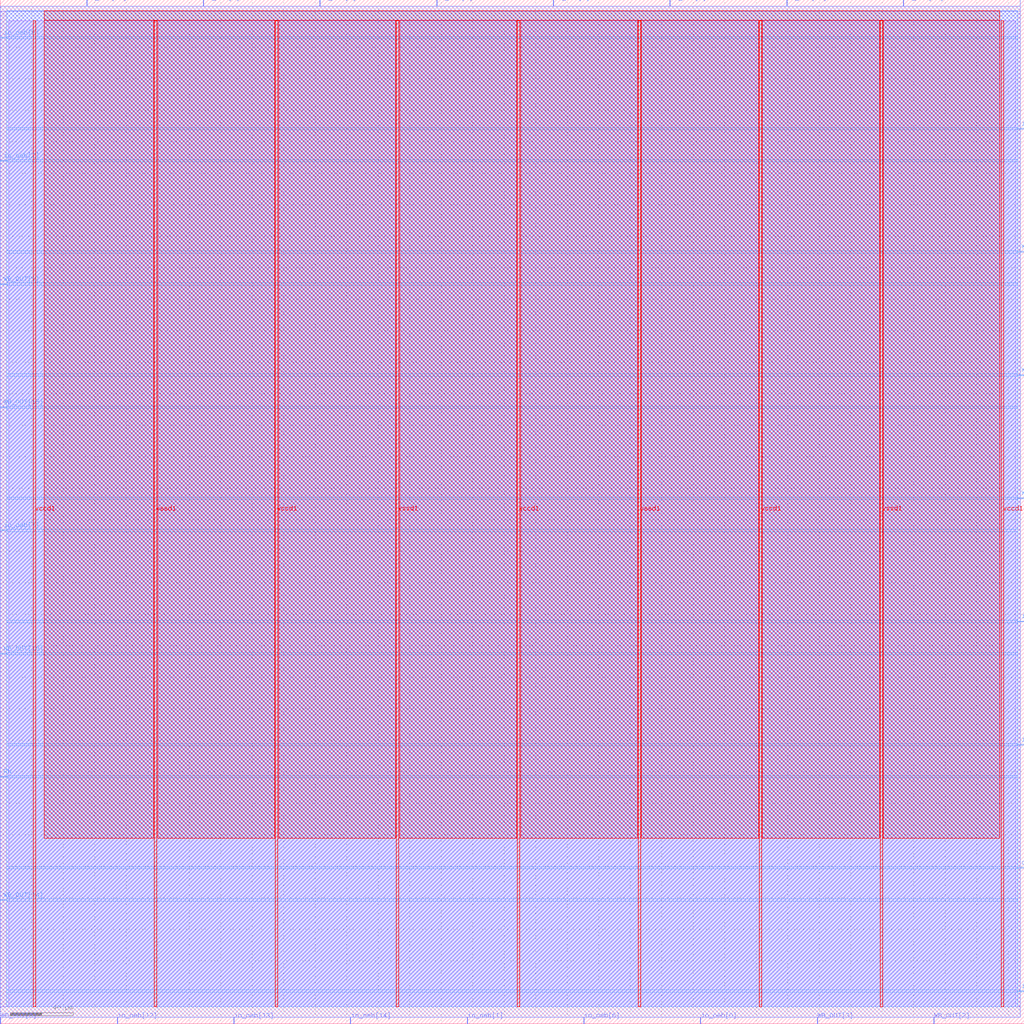
<source format=lef>
VERSION 5.7 ;
  NOWIREEXTENSIONATPIN ON ;
  DIVIDERCHAR "/" ;
  BUSBITCHARS "[]" ;
MACRO iiitb_rv32i
  CLASS BLOCK ;
  FOREIGN iiitb_rv32i ;
  ORIGIN 0.000 0.000 ;
  SIZE 650.000 BY 650.000 ;
  PIN RN
    DIRECTION INPUT ;
    USE SIGNAL ;
    PORT
      LAYER met3 ;
        RECT 0.000 156.440 4.000 157.040 ;
    END
  END RN
  PIN WB_OUT[0]
    DIRECTION OUTPUT TRISTATE ;
    USE SIGNAL ;
    PORT
      LAYER met2 ;
        RECT 202.950 646.000 203.230 650.000 ;
    END
  END WB_OUT[0]
  PIN WB_OUT[10]
    DIRECTION OUTPUT TRISTATE ;
    USE SIGNAL ;
    PORT
      LAYER met3 ;
        RECT 0.000 234.640 4.000 235.240 ;
    END
  END WB_OUT[10]
  PIN WB_OUT[11]
    DIRECTION OUTPUT TRISTATE ;
    USE SIGNAL ;
    PORT
      LAYER met2 ;
        RECT 573.250 646.000 573.530 650.000 ;
    END
  END WB_OUT[11]
  PIN WB_OUT[12]
    DIRECTION OUTPUT TRISTATE ;
    USE SIGNAL ;
    PORT
      LAYER met2 ;
        RECT 54.830 646.000 55.110 650.000 ;
    END
  END WB_OUT[12]
  PIN WB_OUT[13]
    DIRECTION OUTPUT TRISTATE ;
    USE SIGNAL ;
    PORT
      LAYER met2 ;
        RECT 499.190 646.000 499.470 650.000 ;
    END
  END WB_OUT[13]
  PIN WB_OUT[14]
    DIRECTION OUTPUT TRISTATE ;
    USE SIGNAL ;
    PORT
      LAYER met3 ;
        RECT 0.000 78.240 4.000 78.840 ;
    END
  END WB_OUT[14]
  PIN WB_OUT[15]
    DIRECTION OUTPUT TRISTATE ;
    USE SIGNAL ;
    PORT
      LAYER met3 ;
        RECT 0.000 391.040 4.000 391.640 ;
    END
  END WB_OUT[15]
  PIN WB_OUT[1]
    DIRECTION OUTPUT TRISTATE ;
    USE SIGNAL ;
    PORT
      LAYER met3 ;
        RECT 646.000 411.440 650.000 412.040 ;
    END
  END WB_OUT[1]
  PIN WB_OUT[2]
    DIRECTION OUTPUT TRISTATE ;
    USE SIGNAL ;
    PORT
      LAYER met2 ;
        RECT 592.570 0.000 592.850 4.000 ;
    END
  END WB_OUT[2]
  PIN WB_OUT[3]
    DIRECTION OUTPUT TRISTATE ;
    USE SIGNAL ;
    PORT
      LAYER met2 ;
        RECT 518.510 0.000 518.790 4.000 ;
    END
  END WB_OUT[3]
  PIN WB_OUT[4]
    DIRECTION OUTPUT TRISTATE ;
    USE SIGNAL ;
    PORT
      LAYER met3 ;
        RECT 646.000 489.640 650.000 490.240 ;
    END
  END WB_OUT[4]
  PIN WB_OUT[5]
    DIRECTION OUTPUT TRISTATE ;
    USE SIGNAL ;
    PORT
      LAYER met3 ;
        RECT 646.000 333.240 650.000 333.840 ;
    END
  END WB_OUT[5]
  PIN WB_OUT[6]
    DIRECTION OUTPUT TRISTATE ;
    USE SIGNAL ;
    PORT
      LAYER met2 ;
        RECT 0.090 0.000 0.370 4.000 ;
    END
  END WB_OUT[6]
  PIN WB_OUT[7]
    DIRECTION OUTPUT TRISTATE ;
    USE SIGNAL ;
    PORT
      LAYER met2 ;
        RECT 425.130 646.000 425.410 650.000 ;
    END
  END WB_OUT[7]
  PIN WB_OUT[8]
    DIRECTION OUTPUT TRISTATE ;
    USE SIGNAL ;
    PORT
      LAYER met2 ;
        RECT 128.890 646.000 129.170 650.000 ;
    END
  END WB_OUT[8]
  PIN WB_OUT[9]
    DIRECTION OUTPUT TRISTATE ;
    USE SIGNAL ;
    PORT
      LAYER met3 ;
        RECT 0.000 469.240 4.000 469.840 ;
    END
  END WB_OUT[9]
  PIN clk
    DIRECTION INPUT ;
    USE SIGNAL ;
    PORT
      LAYER met3 ;
        RECT 646.000 98.640 650.000 99.240 ;
    END
  END clk
  PIN io_oeb[0]
    DIRECTION OUTPUT TRISTATE ;
    USE SIGNAL ;
    PORT
      LAYER met2 ;
        RECT 444.450 0.000 444.730 4.000 ;
    END
  END io_oeb[0]
  PIN io_oeb[10]
    DIRECTION OUTPUT TRISTATE ;
    USE SIGNAL ;
    PORT
      LAYER met2 ;
        RECT 647.310 646.000 647.590 650.000 ;
    END
  END io_oeb[10]
  PIN io_oeb[11]
    DIRECTION OUTPUT TRISTATE ;
    USE SIGNAL ;
    PORT
      LAYER met3 ;
        RECT 646.000 20.440 650.000 21.040 ;
    END
  END io_oeb[11]
  PIN io_oeb[12]
    DIRECTION OUTPUT TRISTATE ;
    USE SIGNAL ;
    PORT
      LAYER met2 ;
        RECT 74.150 0.000 74.430 4.000 ;
    END
  END io_oeb[12]
  PIN io_oeb[13]
    DIRECTION OUTPUT TRISTATE ;
    USE SIGNAL ;
    PORT
      LAYER met2 ;
        RECT 148.210 0.000 148.490 4.000 ;
    END
  END io_oeb[13]
  PIN io_oeb[14]
    DIRECTION OUTPUT TRISTATE ;
    USE SIGNAL ;
    PORT
      LAYER met2 ;
        RECT 222.270 0.000 222.550 4.000 ;
    END
  END io_oeb[14]
  PIN io_oeb[15]
    DIRECTION OUTPUT TRISTATE ;
    USE SIGNAL ;
    PORT
      LAYER met3 ;
        RECT 646.000 176.840 650.000 177.440 ;
    END
  END io_oeb[15]
  PIN io_oeb[1]
    DIRECTION OUTPUT TRISTATE ;
    USE SIGNAL ;
    PORT
      LAYER met2 ;
        RECT 296.330 0.000 296.610 4.000 ;
    END
  END io_oeb[1]
  PIN io_oeb[2]
    DIRECTION OUTPUT TRISTATE ;
    USE SIGNAL ;
    PORT
      LAYER met3 ;
        RECT 0.000 547.440 4.000 548.040 ;
    END
  END io_oeb[2]
  PIN io_oeb[3]
    DIRECTION OUTPUT TRISTATE ;
    USE SIGNAL ;
    PORT
      LAYER met3 ;
        RECT 646.000 567.840 650.000 568.440 ;
    END
  END io_oeb[3]
  PIN io_oeb[4]
    DIRECTION OUTPUT TRISTATE ;
    USE SIGNAL ;
    PORT
      LAYER met2 ;
        RECT 277.010 646.000 277.290 650.000 ;
    END
  END io_oeb[4]
  PIN io_oeb[5]
    DIRECTION OUTPUT TRISTATE ;
    USE SIGNAL ;
    PORT
      LAYER met2 ;
        RECT 351.070 646.000 351.350 650.000 ;
    END
  END io_oeb[5]
  PIN io_oeb[6]
    DIRECTION OUTPUT TRISTATE ;
    USE SIGNAL ;
    PORT
      LAYER met2 ;
        RECT 370.390 0.000 370.670 4.000 ;
    END
  END io_oeb[6]
  PIN io_oeb[7]
    DIRECTION OUTPUT TRISTATE ;
    USE SIGNAL ;
    PORT
      LAYER met3 ;
        RECT 0.000 312.840 4.000 313.440 ;
    END
  END io_oeb[7]
  PIN io_oeb[8]
    DIRECTION OUTPUT TRISTATE ;
    USE SIGNAL ;
    PORT
      LAYER met3 ;
        RECT 0.000 625.640 4.000 626.240 ;
    END
  END io_oeb[8]
  PIN io_oeb[9]
    DIRECTION OUTPUT TRISTATE ;
    USE SIGNAL ;
    PORT
      LAYER met3 ;
        RECT 646.000 255.040 650.000 255.640 ;
    END
  END io_oeb[9]
  PIN vccd1
    DIRECTION INOUT ;
    USE POWER ;
    PORT
      LAYER met4 ;
        RECT 21.040 10.640 22.640 636.720 ;
    END
    PORT
      LAYER met4 ;
        RECT 174.640 10.640 176.240 636.720 ;
    END
    PORT
      LAYER met4 ;
        RECT 328.240 10.640 329.840 636.720 ;
    END
    PORT
      LAYER met4 ;
        RECT 481.840 10.640 483.440 636.720 ;
    END
    PORT
      LAYER met4 ;
        RECT 635.440 10.640 637.040 636.720 ;
    END
  END vccd1
  PIN vssd1
    DIRECTION INOUT ;
    USE GROUND ;
    PORT
      LAYER met4 ;
        RECT 97.840 10.640 99.440 636.720 ;
    END
    PORT
      LAYER met4 ;
        RECT 251.440 10.640 253.040 636.720 ;
    END
    PORT
      LAYER met4 ;
        RECT 405.040 10.640 406.640 636.720 ;
    END
    PORT
      LAYER met4 ;
        RECT 558.640 10.640 560.240 636.720 ;
    END
  END vssd1
  OBS
      LAYER li1 ;
        RECT 5.520 10.795 644.460 636.565 ;
      LAYER met1 ;
        RECT 0.070 10.640 647.610 642.560 ;
      LAYER met2 ;
        RECT 0.100 645.720 54.550 646.000 ;
        RECT 55.390 645.720 128.610 646.000 ;
        RECT 129.450 645.720 202.670 646.000 ;
        RECT 203.510 645.720 276.730 646.000 ;
        RECT 277.570 645.720 350.790 646.000 ;
        RECT 351.630 645.720 424.850 646.000 ;
        RECT 425.690 645.720 498.910 646.000 ;
        RECT 499.750 645.720 572.970 646.000 ;
        RECT 573.810 645.720 647.030 646.000 ;
        RECT 0.100 4.280 647.580 645.720 ;
        RECT 0.650 4.000 73.870 4.280 ;
        RECT 74.710 4.000 147.930 4.280 ;
        RECT 148.770 4.000 221.990 4.280 ;
        RECT 222.830 4.000 296.050 4.280 ;
        RECT 296.890 4.000 370.110 4.280 ;
        RECT 370.950 4.000 444.170 4.280 ;
        RECT 445.010 4.000 518.230 4.280 ;
        RECT 519.070 4.000 592.290 4.280 ;
        RECT 593.130 4.000 647.580 4.280 ;
      LAYER met3 ;
        RECT 4.000 626.640 646.000 643.105 ;
        RECT 4.400 625.240 646.000 626.640 ;
        RECT 4.000 568.840 646.000 625.240 ;
        RECT 4.000 567.440 645.600 568.840 ;
        RECT 4.000 548.440 646.000 567.440 ;
        RECT 4.400 547.040 646.000 548.440 ;
        RECT 4.000 490.640 646.000 547.040 ;
        RECT 4.000 489.240 645.600 490.640 ;
        RECT 4.000 470.240 646.000 489.240 ;
        RECT 4.400 468.840 646.000 470.240 ;
        RECT 4.000 412.440 646.000 468.840 ;
        RECT 4.000 411.040 645.600 412.440 ;
        RECT 4.000 392.040 646.000 411.040 ;
        RECT 4.400 390.640 646.000 392.040 ;
        RECT 4.000 334.240 646.000 390.640 ;
        RECT 4.000 332.840 645.600 334.240 ;
        RECT 4.000 313.840 646.000 332.840 ;
        RECT 4.400 312.440 646.000 313.840 ;
        RECT 4.000 256.040 646.000 312.440 ;
        RECT 4.000 254.640 645.600 256.040 ;
        RECT 4.000 235.640 646.000 254.640 ;
        RECT 4.400 234.240 646.000 235.640 ;
        RECT 4.000 177.840 646.000 234.240 ;
        RECT 4.000 176.440 645.600 177.840 ;
        RECT 4.000 157.440 646.000 176.440 ;
        RECT 4.400 156.040 646.000 157.440 ;
        RECT 4.000 99.640 646.000 156.040 ;
        RECT 4.000 98.240 645.600 99.640 ;
        RECT 4.000 79.240 646.000 98.240 ;
        RECT 4.400 77.840 646.000 79.240 ;
        RECT 4.000 21.440 646.000 77.840 ;
        RECT 4.000 20.040 645.600 21.440 ;
        RECT 4.000 10.715 646.000 20.040 ;
      LAYER met4 ;
        RECT 27.895 637.120 634.505 643.105 ;
        RECT 27.895 117.815 97.440 637.120 ;
        RECT 99.840 117.815 174.240 637.120 ;
        RECT 176.640 117.815 251.040 637.120 ;
        RECT 253.440 117.815 327.840 637.120 ;
        RECT 330.240 117.815 404.640 637.120 ;
        RECT 407.040 117.815 481.440 637.120 ;
        RECT 483.840 117.815 558.240 637.120 ;
        RECT 560.640 117.815 634.505 637.120 ;
  END
END iiitb_rv32i
END LIBRARY


</source>
